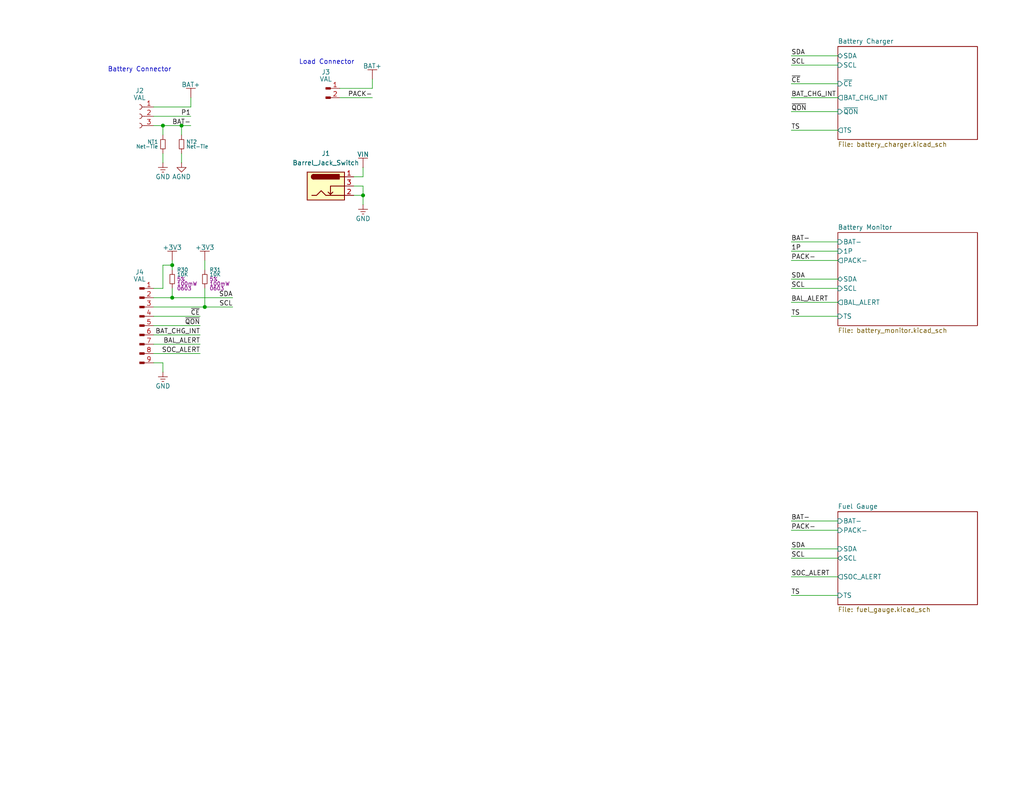
<source format=kicad_sch>
(kicad_sch (version 20231120) (generator "eeschema") (generator_version "8.0")
  (paper "USLetter")
  (title_block (title "BMS Breakout Board") (date "2024-09-18") (rev "01") (comment 2 "PROTOTYPE") (comment 3 "2024"))
  (lib_symbols
    (symbol "DS-Connectors:Barrel_Jack_Switch" (pin_names hide)
      (property "Reference" "J" (at 0 5.334 0))
      (property "Value" "Barrel_Jack_Switch" (at 0 -5.08 0))
      (symbol "Barrel_Jack_Switch_0_1"
        (rectangle (start -5.08 3.81) (end 5.08 -3.81) (stroke (width 0.254)) (fill (type background)))
        (arc (start -3.302 3.175) (mid -3.9343 2.54) (end -3.302 1.905) (stroke (width 0.254)))
        (arc (start -3.302 3.175) (mid -3.9343 2.54) (end -3.302 1.905) (stroke (width 0.254)) (fill (type outline)))
        (polyline (pts (xy 1.27 -2.286) (xy 1.905 -1.651)) (stroke (width 0.254)))
        (polyline (pts (xy 5.08 2.54) (xy 3.81 2.54)) (stroke (width 0.254)))
        (polyline (pts (xy 5.08 0) (xy 1.27 0) (xy 1.27 -2.286) (xy 0.635 -1.651)) (stroke (width 0.254)))
        (polyline (pts (xy -3.81 -2.54) (xy -2.54 -2.54) (xy -1.27 -1.27) (xy 0 -2.54) (xy 2.54 -2.54) (xy 5.08 -2.54)) (stroke (width 0.254)))
        (rectangle (start 3.683 3.175) (end -3.302 1.905) (stroke (width 0.254)) (fill (type outline)))
      )
      (symbol "Barrel_Jack_Switch_1_1"
        (pin passive line (at 7.62 2.54 180) (length 2.54) (name "~") (number "1"))
        (pin passive line (at 7.62 -2.54 180) (length 2.54) (name "~") (number "2"))
        (pin passive line (at 7.62 0 180) (length 2.54) (name "~") (number "3"))
      )
    )
    (symbol "DS-Connectors:Conn_01x02_Pin" (pin_names hide)
      (property "Reference" "J?" (at 0 5.715 0))
      (property "Value" "VAL" (at 0 3.81 0))
      (symbol "Conn_01x02_Pin_1_0"
        (pin passive line (at 3.81 1.27 180) (length 2.54) (name "") (number "1"))
        (pin passive line (at 3.81 -1.27 180) (length 2.54) (name "") (number "2"))
      )
      (symbol "Conn_01x02_Pin_1_1"
        (rectangle (start 0 -1.016) (end 1.27 -1.524) (fill (type outline)))
        (rectangle (start 0 1.524) (end 1.27 1.016) (fill (type outline)))
      )
    )
    (symbol "DS-Connectors:Conn_01x03_Socket" (pin_names hide)
      (property "Reference" "J?" (at 0 6.985 0))
      (property "Value" "VAL" (at 0 5.08 0))
      (symbol "Conn_01x03_Socket_0_1"
        (arc (start 0 -3.175) (mid 0.635 -2.54) (end 0 -1.905))
        (arc (start 0 -0.635) (mid 0.635 0) (end 0 0.635))
        (polyline (pts (xy 1.27 -2.54) (xy 0.635 -2.54)))
        (polyline (pts (xy 1.27 0) (xy 0.635 0)))
        (polyline (pts (xy 1.27 2.54) (xy 0.635 2.54)))
        (arc (start 0 1.905) (mid 0.635 2.54) (end 0 3.175))
      )
      (symbol "Conn_01x03_Socket_1_0"
        (pin passive line (at 3.81 2.54 180) (length 2.54) (name "") (number "1"))
        (pin passive line (at 3.81 0 180) (length 2.54) (name "") (number "2"))
        (pin passive line (at 3.81 -2.54 180) (length 2.54) (name "") (number "3"))
      )
    )
    (symbol "DS-Connectors:Conn_01x09_Pin" (pin_names hide)
      (property "Reference" "J?" (at 0 14.605 0))
      (property "Value" "VAL" (at 0 12.7 0))
      (symbol "Conn_01x09_Pin_1_0"
        (pin passive line (at 3.81 10.16 180) (length 2.54) (name "") (number "1"))
        (pin passive line (at 3.81 7.62 180) (length 2.54) (name "") (number "2"))
        (pin passive line (at 3.81 5.08 180) (length 2.54) (name "") (number "3"))
        (pin passive line (at 3.81 2.54 180) (length 2.54) (name "") (number "4"))
        (pin passive line (at 3.81 0 180) (length 2.54) (name "") (number "5"))
        (pin passive line (at 3.81 -2.54 180) (length 2.54) (name "") (number "6"))
        (pin passive line (at 3.81 -5.08 180) (length 2.54) (name "") (number "7"))
        (pin passive line (at 3.81 -7.62 180) (length 2.54) (name "") (number "8"))
        (pin passive line (at 3.81 -10.16 180) (length 2.54) (name "") (number "9"))
      )
      (symbol "Conn_01x09_Pin_1_1"
        (rectangle (start 0 -9.906) (end 1.27 -10.414) (fill (type outline)))
        (rectangle (start 0 -7.366) (end 1.27 -7.874) (fill (type outline)))
        (rectangle (start 0 -4.826) (end 1.27 -5.334) (fill (type outline)))
        (rectangle (start 0 -2.286) (end 1.27 -2.794) (fill (type outline)))
        (rectangle (start 0 0.254) (end 1.27 -0.254) (fill (type outline)))
        (rectangle (start 0 2.794) (end 1.27 2.286) (fill (type outline)))
        (rectangle (start 0 5.334) (end 1.27 4.826) (fill (type outline)))
        (rectangle (start 0 7.874) (end 1.27 7.366) (fill (type outline)))
        (rectangle (start 0 10.414) (end 1.27 9.906) (fill (type outline)))
      )
    )
    (symbol "DS-Passives:NT"
      (property "Reference" "NT?" (at 1.27 0.635 0))
      (property "Value" "Net-Tie" (at 1.27 -0.635 0))
      (symbol "NT_0_1"
        (polyline (pts (xy -0.635 1.27) (xy -0.635 -1.27) (xy 0.635 -1.27) (xy 0.635 1.27) (xy -0.635 1.27)))
      )
      (symbol "NT_1_1"
        (pin passive line (at 0 2.54 270) (length 1.27) (name "") (number "1"))
        (pin passive line (at 0 -2.54 90) (length 1.27) (name "") (number "2"))
      )
    )
    (symbol "DS-Passives:R"
      (property "Reference" "R?" (at 1.27 2.54 0))
      (property "Value" "VAL" (at 1.27 1.27 0))
      (property "Tolerance" "TOL" (at 1.27 0 0))
      (property "Power Rating" "PWR" (at 1.27 -1.27 0))
      (property "Package" "PKG" (at 1.27 -2.54 0))
      (symbol "R_0_1"
        (polyline (pts (xy -0.635 1.27) (xy -0.635 -1.27) (xy 0.635 -1.27) (xy 0.635 1.27) (xy -0.635 1.27)))
      )
      (symbol "R_1_1"
        (pin passive line (at 0 2.54 270) (length 1.27) (name "") (number "1"))
        (pin passive line (at 0 -2.54 90) (length 1.27) (name "") (number "2"))
      )
    )
    (symbol "DS-Power:+3V3" (power) (pin_numbers hide) (pin_names (offset 0) hide)
      (property "Value" "+3V3" (at 0 3.556 0))
      (symbol "+3V3_0_1"
        (polyline (pts (xy -1.27 2.54) (xy 0 2.54)))
        (polyline (pts (xy 0 0) (xy 0 2.54)))
        (polyline (pts (xy 0 2.54) (xy 1.27 2.54)))
      )
      (symbol "+3V3_1_1"
        (pin power_in line (at 0 0 90) (length 0) (name "~") (number "1"))
      )
    )
    (symbol "DS-Power:AGND" (power) (pin_numbers hide) (pin_names (offset 0) hide)
      (property "Value" "AGND" (at 0 -3.81 0))
      (symbol "AGND_0_1"
        (polyline (pts (xy 0 0) (xy 0 -1.27) (xy 1.27 -1.27) (xy 0 -2.54) (xy -1.27 -1.27) (xy 0 -1.27)))
      )
      (symbol "AGND_1_1"
        (pin power_in line (at 0 0 270) (length 0) (name "~") (number "1"))
      )
    )
    (symbol "DS-Power:BAT+" (power) (pin_numbers hide) (pin_names (offset 0) hide)
      (property "Value" "BAT+" (at 0 3.556 0))
      (symbol "BAT+_0_1"
        (polyline (pts (xy -1.27 2.54) (xy 0 2.54)))
        (polyline (pts (xy 0 0) (xy 0 2.54)))
        (polyline (pts (xy 0 2.54) (xy 1.27 2.54)))
      )
      (symbol "BAT+_1_1"
        (pin power_in line (at 0 0 90) (length 0) (name "~") (number "1"))
      )
    )
    (symbol "DS-Power:GND" (power) (pin_numbers hide) (pin_names (offset 0) hide)
      (property "Value" "GND" (at 0 -3.81 0))
      (symbol "GND_0_1"
        (polyline (pts (xy -1.27 -1.27) (xy -1.27 -1.27)))
        (polyline (pts (xy -0.635 -1.905) (xy 0.635 -1.905)))
        (polyline (pts (xy -0.254 -2.54) (xy -0.254 -2.54)))
        (polyline (pts (xy -0.254 -2.54) (xy 0.254 -2.54)))
        (polyline (pts (xy 0 0) (xy 0 -1.27)))
        (polyline (pts (xy 1.27 -1.27) (xy -1.27 -1.27)))
      )
      (symbol "GND_1_1"
        (pin power_in line (at 0 0 270) (length 0) (name "~") (number "1"))
      )
    )
    (symbol "DS-Power:VIN" (power) (pin_numbers hide) (pin_names (offset 0) hide)
      (property "Value" "VIN" (at 0 3.556 0))
      (symbol "VIN_0_1"
        (polyline (pts (xy -1.27 2.54) (xy 0 2.54)))
        (polyline (pts (xy 0 0) (xy 0 2.54)))
        (polyline (pts (xy 0 2.54) (xy 1.27 2.54)))
      )
      (symbol "VIN_1_1"
        (pin power_in line (at 0 0 90) (length 0) (name "~") (number "1"))
      )
    )
  )
  (junction (at 49.53 34.29))
  (junction (at 46.99 81.28))
  (junction (at 55.88 83.82))
  (junction (at 99.06 53.34))
  (junction (at 44.45 34.29))
  (junction (at 46.99 72.39))
  (wire (pts (xy 215.9 82.55) (xy 228.6 82.55)))
  (wire (pts (xy 41.91 93.98) (xy 54.61 93.98)))
  (wire (pts (xy 41.91 31.75) (xy 52.07 31.75)))
  (wire (pts (xy 215.9 66.04) (xy 228.6 66.04)))
  (wire (pts (xy 49.53 34.29) (xy 49.53 36.83)))
  (wire (pts (xy 215.9 35.56) (xy 228.6 35.56)))
  (wire (pts (xy 41.91 83.82) (xy 55.88 83.82)))
  (wire (pts (xy 41.91 91.44) (xy 54.61 91.44)))
  (wire (pts (xy 215.9 68.58) (xy 228.6 68.58)))
  (wire (pts (xy 215.9 71.12) (xy 228.6 71.12)))
  (wire (pts (xy 41.91 81.28) (xy 46.99 81.28)))
  (wire (pts (xy 92.71 26.67) (xy 101.6 26.67)))
  (wire (pts (xy 215.9 142.24) (xy 228.6 142.24)))
  (wire (pts (xy 99.06 48.26) (xy 96.52 48.26)))
  (wire (pts (xy 49.53 41.91) (xy 49.53 44.45)))
  (wire (pts (xy 215.9 78.74) (xy 228.6 78.74)))
  (wire (pts (xy 215.9 157.48) (xy 228.6 157.48)))
  (wire (pts (xy 215.9 152.4) (xy 228.6 152.4)))
  (wire (pts (xy 46.99 72.39) (xy 46.99 73.66)))
  (wire (pts (xy 44.45 41.91) (xy 44.45 44.45)))
  (wire (pts (xy 46.99 71.12) (xy 46.99 72.39)))
  (wire (pts (xy 55.88 78.74) (xy 55.88 83.82)))
  (wire (pts (xy 46.99 81.28) (xy 63.5 81.28)))
  (wire (pts (xy 215.9 15.24) (xy 228.6 15.24)))
  (wire (pts (xy 215.9 162.56) (xy 228.6 162.56)))
  (wire (pts (xy 41.91 78.74) (xy 44.45 78.74)))
  (wire (pts (xy 44.45 78.74) (xy 44.45 72.39)))
  (wire (pts (xy 55.88 71.12) (xy 55.88 73.66)))
  (wire (pts (xy 215.9 144.78) (xy 228.6 144.78)))
  (wire (pts (xy 99.06 50.8) (xy 99.06 53.34)))
  (wire (pts (xy 99.06 45.72) (xy 99.06 48.26)))
  (wire (pts (xy 101.6 21.59) (xy 101.6 24.13)))
  (wire (pts (xy 215.9 22.86) (xy 228.6 22.86)))
  (wire (pts (xy 92.71 24.13) (xy 101.6 24.13)))
  (wire (pts (xy 41.91 96.52) (xy 54.61 96.52)))
  (wire (pts (xy 215.9 17.78) (xy 228.6 17.78)))
  (wire (pts (xy 44.45 34.29) (xy 44.45 36.83)))
  (wire (pts (xy 49.53 34.29) (xy 52.07 34.29)))
  (wire (pts (xy 215.9 26.67) (xy 228.6 26.67)))
  (wire (pts (xy 52.07 26.67) (xy 52.07 29.21)))
  (wire (pts (xy 41.91 88.9) (xy 54.61 88.9)))
  (wire (pts (xy 215.9 86.36) (xy 228.6 86.36)))
  (wire (pts (xy 41.91 34.29) (xy 44.45 34.29)))
  (wire (pts (xy 44.45 34.29) (xy 49.53 34.29)))
  (wire (pts (xy 41.91 29.21) (xy 52.07 29.21)))
  (wire (pts (xy 55.88 83.82) (xy 63.5 83.82)))
  (wire (pts (xy 44.45 101.6) (xy 44.45 99.06)))
  (wire (pts (xy 44.45 99.06) (xy 41.91 99.06)))
  (wire (pts (xy 41.91 86.36) (xy 54.61 86.36)))
  (wire (pts (xy 215.9 149.86) (xy 228.6 149.86)))
  (wire (pts (xy 96.52 50.8) (xy 99.06 50.8)))
  (wire (pts (xy 215.9 76.2) (xy 228.6 76.2)))
  (wire (pts (xy 99.06 53.34) (xy 96.52 53.34)))
  (wire (pts (xy 215.9 30.48) (xy 228.6 30.48)))
  (wire (pts (xy 44.45 72.39) (xy 46.99 72.39)))
  (wire (pts (xy 46.99 78.74) (xy 46.99 81.28)))
  (wire (pts (xy 99.06 55.88) (xy 99.06 53.34)))
  (text "Load Connector" (at 89.154 17.018 0) (effects (font (size 1.27 1.27))))
  (text "Battery Connector" (at 38.1 19.05 0) (effects (font (size 1.27 1.27))))
  (label "~{QON}" (at 54.61 88.9 180))
  (label "~{CE}" (at 54.61 86.36 180))
  (label "SDA" (at 215.9 76.2 0))
  (label "~{CE}" (at 215.9 22.86 0))
  (label "TS" (at 215.9 86.36 0))
  (label "SCL" (at 215.9 152.4 0))
  (label "SCL" (at 215.9 78.74 0))
  (label "SDA" (at 215.9 149.86 0))
  (label "BAL_ALERT" (at 54.61 93.98 180))
  (label "SDA" (at 63.5 81.28 180))
  (label "PACK-" (at 215.9 71.12 0))
  (label "BAT-" (at 215.9 66.04 0))
  (label "BAL_ALERT" (at 215.9 82.55 0))
  (label "PACK-" (at 215.9 144.78 0))
  (label "BAT-" (at 215.9 142.24 0))
  (label "SCL" (at 63.5 83.82 180))
  (label "SOC_ALERT" (at 54.61 96.52 180))
  (label "BAT_CHG_INT" (at 54.61 91.44 180))
  (label "1P" (at 215.9 68.58 0))
  (label "SCL" (at 215.9 17.78 0))
  (label "TS" (at 215.9 162.56 0))
  (label "BAT-" (at 52.07 34.29 180))
  (label "~{QON}" (at 215.9 30.48 0))
  (label "TS" (at 215.9 35.56 0))
  (label "SDA" (at 215.9 15.24 0))
  (label "BAT_CHG_INT" (at 215.9 26.67 0))
  (label "PACK-" (at 101.6 26.67 180))
  (label "P1" (at 52.07 31.75 180))
  (label "SOC_ALERT" (at 215.9 157.48 0))
  (symbol (lib_id "DS-Power:GND") (at 99.06 55.88 0) (unit 1)
    (property "Reference" "#PWR038" (effects (hide yes)))
    (property "Value" "GND" (at 99.06 59.69 0))
  )
  (symbol (lib_id "DS-Connectors:Barrel_Jack_Switch") (at 88.9 50.8 0) (unit 1)
    (property "Reference" "J1" (at 88.9 41.91 0))
    (property "Value" "Barrel_Jack_Switch" (at 88.9 44.45 0))
  )
  (symbol (lib_id "DS-Passives:NT") (at 49.53 39.37 0) (unit 1)
    (property "Reference" "NT2" (at 50.8 38.735 0) (effects (font (size 1.016 1.016)) (justify left)))
    (property "Value" "Net-Tie" (at 50.8 40.005 0) (effects (font (size 1.016 1.016)) (justify left)))
  )
  (symbol (lib_id "DS-Power:GND") (at 44.45 101.6 0) (unit 1)
    (property "Reference" "#PWR037" (effects (hide yes)))
    (property "Value" "GND" (at 44.45 105.41 0))
  )
  (symbol (lib_id "DS-Passives:NT") (at 44.45 39.37 0) (mirror y) (unit 1)
    (property "Reference" "NT1" (at 43.18 38.735 0) (effects (font (size 1.016 1.016)) (justify left)))
    (property "Value" "Net-Tie" (at 43.18 40.005 0) (effects (font (size 1.016 1.016)) (justify left)))
  )
  (symbol (lib_id "DS-Power:BAT+") (at 101.6 21.59 0) (unit 1)
    (property "Reference" "#PWR04" (effects (hide yes)))
    (property "Value" "BAT+" (at 101.6 18.034 0))
  )
  (symbol (lib_id "DS-Passives:R") (at 55.88 76.2 0) (unit 1)
    (property "Reference" "R31" (at 57.15 73.66 0) (effects (font (size 1.016 1.016)) (justify left)))
    (property "Value" "10K" (at 57.15 74.93 0) (effects (font (size 1.016 1.016)) (justify left)))
    (property "Footprint" "DS-Resistors-SMD:CRCW0603" (effects (hide yes)))
    (property "Datasheet" "datasheets/Vishay-Dale-DRCWe3.pdf" (effects (hide yes)))
    (property "Description" "RES SMD 10K OHM 5% 1/10W 0603" (effects (hide yes)))
    (property "Manufacturer" "Vishay Dale" (effects (hide yes)))
    (property "MPN" "CRCW060310K0JNEA" (effects (hide yes)))
    (property "DKPN" "541-10KGCT-ND" (effects (hide yes)))
    (property "Tolerance" "5%" (at 57.15 76.2 0) (effects (font (size 1.016 1.016)) (justify left)))
    (property "Power Rating" "100mW" (at 57.15 77.47 0) (effects (font (size 1.016 1.016)) (justify left)))
    (property "Package" "0603" (at 57.15 78.74 0) (effects (font (size 1.016 1.016)) (justify left)))
  )
  (symbol (lib_id "DS-Power:BAT+") (at 52.07 26.67 0) (unit 1)
    (property "Reference" "#PWR02" (effects (hide yes)))
    (property "Value" "BAT+" (at 52.07 23.114 0))
  )
  (symbol (lib_id "DS-Power:GND") (at 44.45 44.45 0) (unit 1)
    (property "Reference" "#PWR033" (effects (hide yes)))
    (property "Value" "GND" (at 44.45 48.26 0))
  )
  (symbol (lib_id "DS-Passives:R") (at 46.99 76.2 0) (unit 1)
    (property "Reference" "R30" (at 48.26 73.66 0) (effects (font (size 1.016 1.016)) (justify left)))
    (property "Value" "10K" (at 48.26 74.93 0) (effects (font (size 1.016 1.016)) (justify left)))
    (property "Footprint" "DS-Resistors-SMD:CRCW0603" (effects (hide yes)))
    (property "Datasheet" "datasheets/Vishay-Dale-DRCWe3.pdf" (effects (hide yes)))
    (property "Description" "RES SMD 10K OHM 5% 1/10W 0603" (effects (hide yes)))
    (property "Manufacturer" "Vishay Dale" (effects (hide yes)))
    (property "MPN" "CRCW060310K0JNEA" (effects (hide yes)))
    (property "DKPN" "541-10KGCT-ND" (effects (hide yes)))
    (property "Tolerance" "5%" (at 48.26 76.2 0) (effects (font (size 1.016 1.016)) (justify left)))
    (property "Power Rating" "100mW" (at 48.26 77.47 0) (effects (font (size 1.016 1.016)) (justify left)))
    (property "Package" "0603" (at 48.26 78.74 0) (effects (font (size 1.016 1.016)) (justify left)))
  )
  (symbol (lib_id "DS-Connectors:Conn_01x03_Socket") (at 38.1 31.75 0) (unit 1)
    (property "Reference" "J2" (at 38.1 24.765 0))
    (property "Value" "VAL" (at 38.1 26.67 0))
  )
  (symbol (lib_id "DS-Connectors:Conn_01x02_Pin") (at 88.9 25.4 0) (unit 1)
    (property "Reference" "J3" (at 88.9 19.685 0))
    (property "Value" "VAL" (at 88.9 21.59 0))
  )
  (symbol (lib_id "DS-Power:+3V3") (at 55.88 71.12 0) (unit 1)
    (property "Reference" "#PWR035" (effects (hide yes)))
    (property "Value" "+3V3" (at 55.88 67.564 0))
  )
  (symbol (lib_id "DS-Connectors:Conn_01x09_Pin") (at 38.1 88.9 0) (unit 1)
    (property "Reference" "J4" (at 38.1 74.295 0))
    (property "Value" "VAL" (at 38.1 76.2 0))
  )
  (symbol (lib_id "DS-Power:VIN") (at 99.06 45.72 0) (unit 1)
    (property "Reference" "#PWR039" (effects (hide yes)))
    (property "Value" "VIN" (at 99.06 42.164 0))
  )
  (symbol (lib_id "DS-Power:AGND") (at 49.53 44.45 0) (unit 1)
    (property "Reference" "#PWR034" (effects (hide yes)))
    (property "Value" "AGND" (at 49.53 48.26 0))
  )
  (symbol (lib_id "DS-Power:+3V3") (at 46.99 71.12 0) (unit 1)
    (property "Reference" "#PWR036" (effects (hide yes)))
    (property "Value" "+3V3" (at 46.99 67.564 0))
  )
  (sheet (at 228.6 12.7) (size 38.1 25.4) (stroke (width 0.1524))
    (property "Sheetname" "Battery Charger" (at 228.6 11.9884 0) (effects (justify left bottom)))
    (property "Sheetfile" "battery_charger.kicad_sch" (at 228.6 38.6846 0) (effects (justify left top)))
    (pin "BAT_CHG_INT" output (at 228.6 26.67 180))
    (pin "SDA" bidirectional (at 228.6 15.24 180))
    (pin "SCL" input (at 228.6 17.78 180))
    (pin "~{CE}" input (at 228.6 22.86 180))
    (pin "~{QON}" input (at 228.6 30.48 180))
    (pin "TS" output (at 228.6 35.56 180))
  )
  (sheet (at 228.6 139.7) (size 38.1 25.4) (stroke (width 0.1524))
    (property "Sheetname" "Fuel Gauge" (at 228.6 138.9884 0) (effects (justify left bottom)))
    (property "Sheetfile" "fuel_gauge.kicad_sch" (at 228.6 165.6846 0) (effects (justify left top)))
    (pin "TS" input (at 228.6 162.56 180))
    (pin "SDA" input (at 228.6 149.86 180))
    (pin "SCL" bidirectional (at 228.6 152.4 180))
    (pin "SOC_ALERT" output (at 228.6 157.48 180))
    (pin "PACK-" input (at 228.6 144.78 180))
    (pin "BAT-" input (at 228.6 142.24 180))
  )
  (sheet (at 228.6 63.5) (size 38.1 25.4) (stroke (width 0.1524))
    (property "Sheetname" "Battery Monitor" (at 228.6 62.7884 0) (effects (justify left bottom)))
    (property "Sheetfile" "battery_monitor.kicad_sch" (at 228.6 89.4846 0) (effects (justify left top)))
    (pin "PACK-" output (at 228.6 71.12 180))
    (pin "TS" input (at 228.6 86.36 180))
    (pin "SDA" bidirectional (at 228.6 76.2 180))
    (pin "BAL_ALERT" output (at 228.6 82.55 180))
    (pin "SCL" input (at 228.6 78.74 180))
    (pin "BAT-" input (at 228.6 66.04 180))
    (pin "1P" input (at 228.6 68.58 180))
  )
)
</source>
